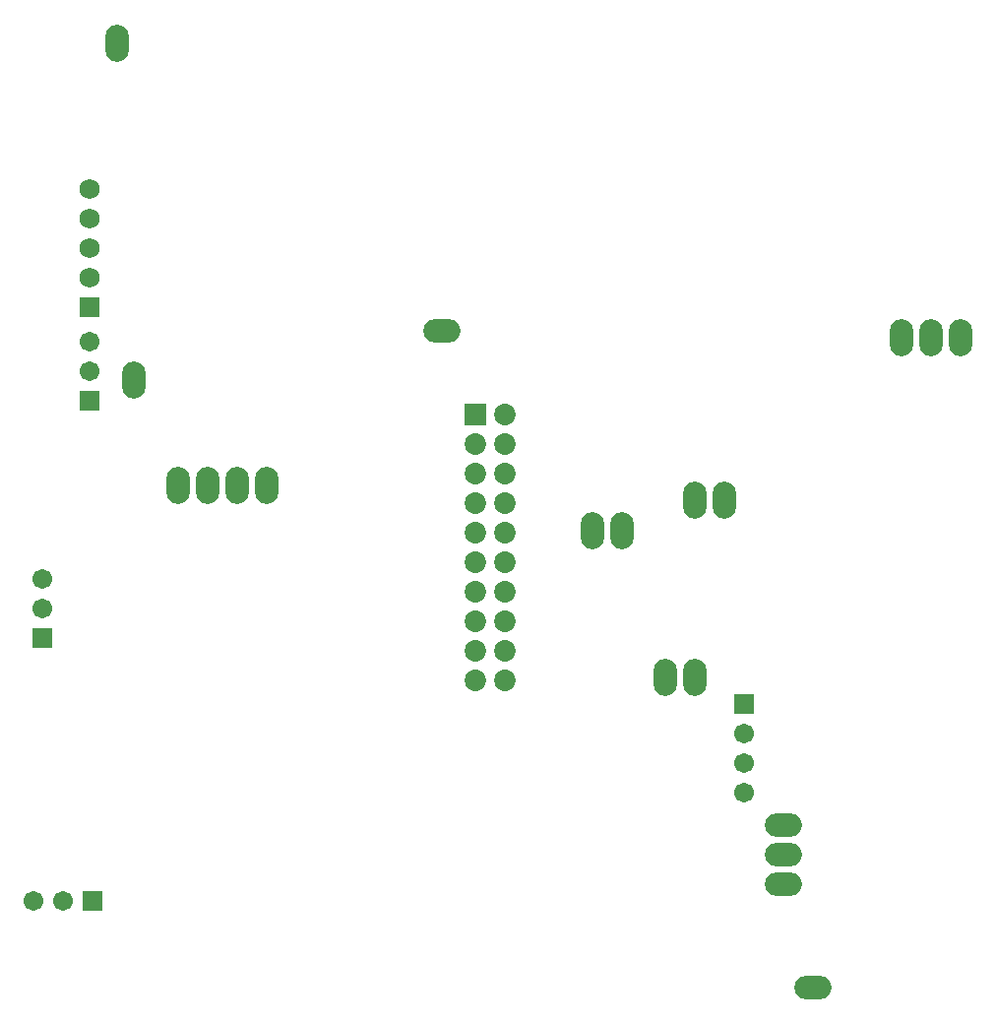
<source format=gbs>
G04 Layer_Color=16711935*
%FSLAX25Y25*%
%MOIN*%
G70*
G01*
G75*
%ADD42O,0.07887X0.12611*%
%ADD43O,0.12611X0.07887*%
%ADD44R,0.07300X0.07300*%
%ADD45C,0.07300*%
%ADD46R,0.06706X0.06706*%
%ADD47C,0.06706*%
%ADD48C,0.06800*%
%ADD49R,0.06800X0.06800*%
%ADD50R,0.06706X0.06706*%
D42*
X219370Y183780D02*
D03*
X209370D02*
D03*
X48228Y348819D02*
D03*
X53898Y234764D02*
D03*
X333976Y248976D02*
D03*
X323976D02*
D03*
X313976D02*
D03*
X253976Y193976D02*
D03*
X243976D02*
D03*
Y133976D02*
D03*
X233976D02*
D03*
X98976Y198976D02*
D03*
X88976D02*
D03*
X78976D02*
D03*
X68976Y198976D02*
D03*
D43*
X158268Y251280D02*
D03*
X283976Y28976D02*
D03*
X273976Y63976D02*
D03*
Y73976D02*
D03*
Y83976D02*
D03*
D44*
X169700Y223100D02*
D03*
D45*
Y213100D02*
D03*
Y203100D02*
D03*
Y193100D02*
D03*
Y183100D02*
D03*
Y173100D02*
D03*
Y163100D02*
D03*
Y153100D02*
D03*
Y143100D02*
D03*
Y133100D02*
D03*
X179700D02*
D03*
Y143100D02*
D03*
Y153100D02*
D03*
Y163100D02*
D03*
Y173100D02*
D03*
Y183100D02*
D03*
Y193100D02*
D03*
Y203100D02*
D03*
Y213100D02*
D03*
Y223100D02*
D03*
D46*
X260468Y125091D02*
D03*
X38876Y227876D02*
D03*
X22776Y147476D02*
D03*
D47*
X260468Y115091D02*
D03*
Y105091D02*
D03*
Y95091D02*
D03*
X38876Y237876D02*
D03*
Y247876D02*
D03*
X22776Y167476D02*
D03*
Y157476D02*
D03*
X19976Y58576D02*
D03*
X29976D02*
D03*
D48*
X39076Y299576D02*
D03*
Y269576D02*
D03*
Y279576D02*
D03*
Y289576D02*
D03*
D49*
Y259576D02*
D03*
D50*
X39976Y58576D02*
D03*
M02*

</source>
